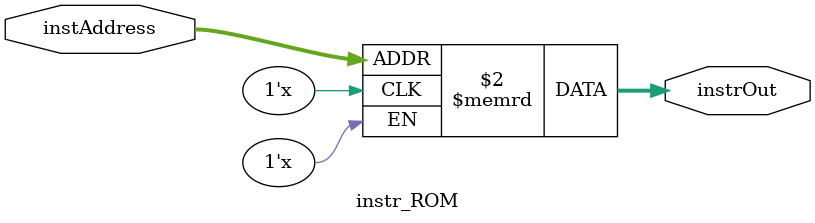
<source format=sv>
module instr_ROM #(parameter A=8, W=9) (
    input       [A-1:0] instAddress,
    output logic[W-1:0] instrOut
);
	 
// need $readmemh or $readmemb to initialize all of the elements
// declare ROM array
    logic[W-1:0] inst_rom[2**(A)];
// read from it
    always_comb instrOut = inst_rom[instAddress];

endmodule

</source>
